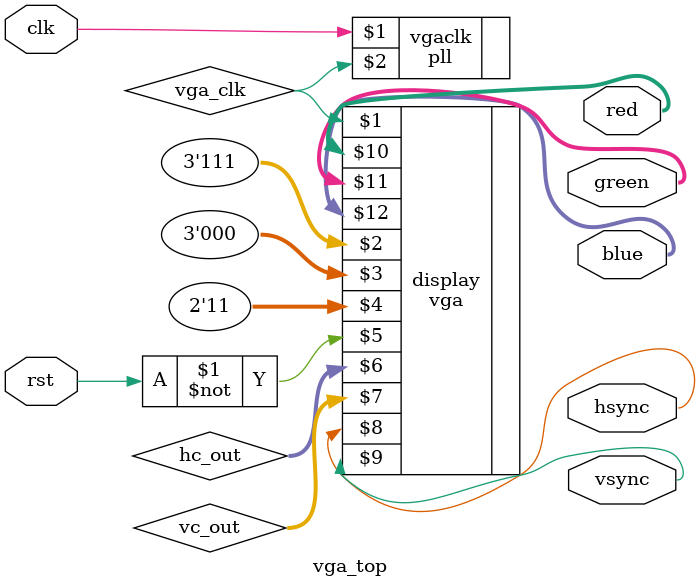
<source format=sv>
module vga_top(
	input clk,
	input rst,
	output hsync,
	output vsync,
	output [3:0] red,
	output [3:0] green,
	output [3:0] blue
);

	wire vga_clk;
	pll vgaclk(clk, vga_clk);
	
	wire [9:0] hc_out;
	wire [9:0] vc_out;

	vga display(
		vga_clk,
		3'b111,
		3'b000,
		2'b11,
		~rst,
		hc_out,
		vc_out,
		hsync,
		vsync,
		red,
		green,
		blue
	);

endmodule
</source>
